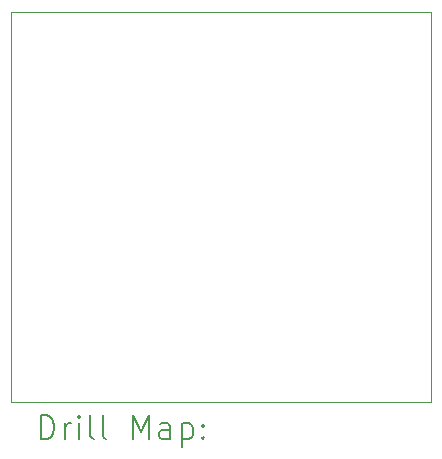
<source format=gbr>
%TF.GenerationSoftware,KiCad,Pcbnew,(6.0.9)*%
%TF.CreationDate,2023-01-19T09:08:24+07:00*%
%TF.ProjectId,LC_Sensor_THT,4c435f53-656e-4736-9f72-5f5448542e6b,rev?*%
%TF.SameCoordinates,PX40311b0PY586a470*%
%TF.FileFunction,Drillmap*%
%TF.FilePolarity,Positive*%
%FSLAX45Y45*%
G04 Gerber Fmt 4.5, Leading zero omitted, Abs format (unit mm)*
G04 Created by KiCad (PCBNEW (6.0.9)) date 2023-01-19 09:08:24*
%MOMM*%
%LPD*%
G01*
G04 APERTURE LIST*
%ADD10C,0.100000*%
%ADD11C,0.200000*%
G04 APERTURE END LIST*
D10*
X3556000Y3302000D02*
X3556000Y0D01*
X0Y0D02*
X0Y3302000D01*
X3556000Y0D02*
X0Y0D01*
X0Y3302000D02*
X3556000Y3302000D01*
D11*
X252619Y-315476D02*
X252619Y-115476D01*
X300238Y-115476D01*
X328810Y-125000D01*
X347857Y-144048D01*
X357381Y-163095D01*
X366905Y-201190D01*
X366905Y-229762D01*
X357381Y-267857D01*
X347857Y-286905D01*
X328810Y-305952D01*
X300238Y-315476D01*
X252619Y-315476D01*
X452619Y-315476D02*
X452619Y-182143D01*
X452619Y-220238D02*
X462143Y-201190D01*
X471667Y-191667D01*
X490714Y-182143D01*
X509762Y-182143D01*
X576429Y-315476D02*
X576429Y-182143D01*
X576429Y-115476D02*
X566905Y-125000D01*
X576429Y-134524D01*
X585952Y-125000D01*
X576429Y-115476D01*
X576429Y-134524D01*
X700238Y-315476D02*
X681190Y-305952D01*
X671667Y-286905D01*
X671667Y-115476D01*
X805000Y-315476D02*
X785952Y-305952D01*
X776428Y-286905D01*
X776428Y-115476D01*
X1033571Y-315476D02*
X1033571Y-115476D01*
X1100238Y-258333D01*
X1166905Y-115476D01*
X1166905Y-315476D01*
X1347857Y-315476D02*
X1347857Y-210714D01*
X1338333Y-191667D01*
X1319286Y-182143D01*
X1281190Y-182143D01*
X1262143Y-191667D01*
X1347857Y-305952D02*
X1328810Y-315476D01*
X1281190Y-315476D01*
X1262143Y-305952D01*
X1252619Y-286905D01*
X1252619Y-267857D01*
X1262143Y-248809D01*
X1281190Y-239286D01*
X1328810Y-239286D01*
X1347857Y-229762D01*
X1443095Y-182143D02*
X1443095Y-382143D01*
X1443095Y-191667D02*
X1462143Y-182143D01*
X1500238Y-182143D01*
X1519286Y-191667D01*
X1528809Y-201190D01*
X1538333Y-220238D01*
X1538333Y-277381D01*
X1528809Y-296429D01*
X1519286Y-305952D01*
X1500238Y-315476D01*
X1462143Y-315476D01*
X1443095Y-305952D01*
X1624048Y-296429D02*
X1633571Y-305952D01*
X1624048Y-315476D01*
X1614524Y-305952D01*
X1624048Y-296429D01*
X1624048Y-315476D01*
X1624048Y-191667D02*
X1633571Y-201190D01*
X1624048Y-210714D01*
X1614524Y-201190D01*
X1624048Y-191667D01*
X1624048Y-210714D01*
M02*

</source>
